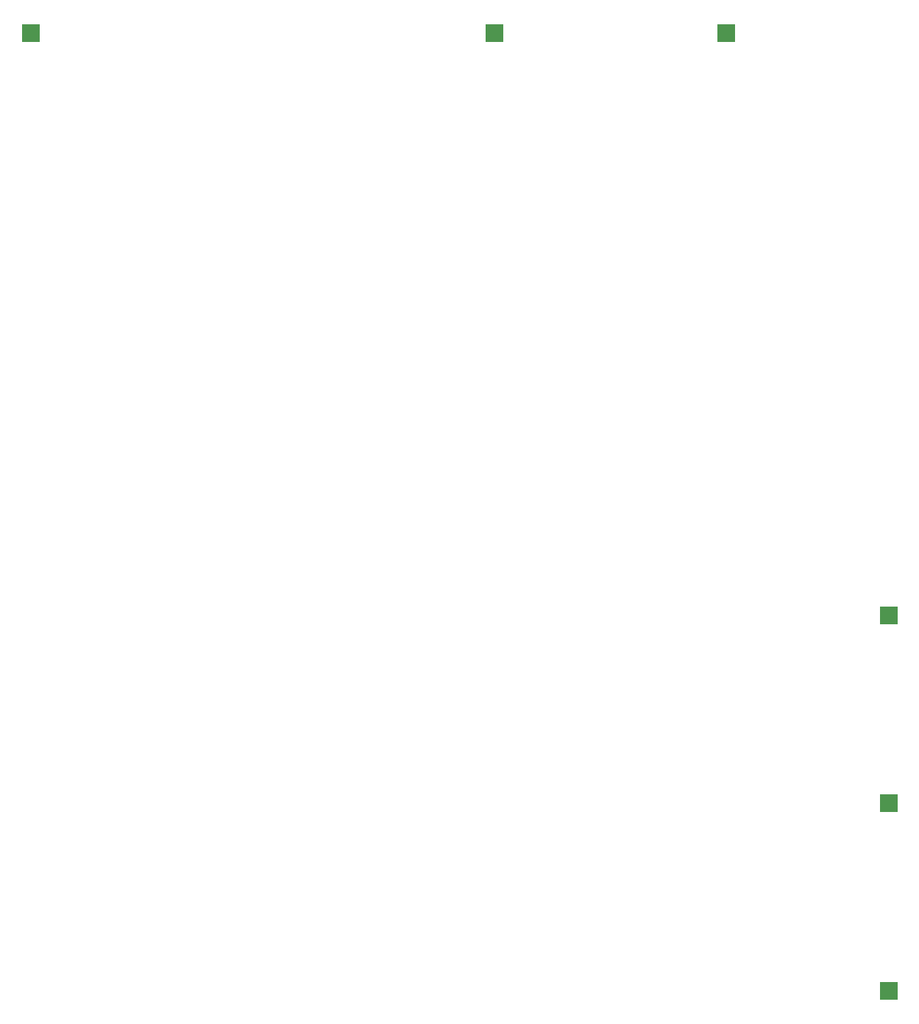
<source format=gbr>
%TF.GenerationSoftware,KiCad,Pcbnew,6.0.1-79c1e3a40b~116~ubuntu20.04.1*%
%TF.CreationDate,2022-01-16T20:57:58+01:00*%
%TF.ProjectId,NodeStandard,4e6f6465-5374-4616-9e64-6172642e6b69,V3.0*%
%TF.SameCoordinates,Original*%
%TF.FileFunction,Paste,Bot*%
%TF.FilePolarity,Positive*%
%FSLAX46Y46*%
G04 Gerber Fmt 4.6, Leading zero omitted, Abs format (unit mm)*
G04 Created by KiCad (PCBNEW 6.0.1-79c1e3a40b~116~ubuntu20.04.1) date 2022-01-16 20:57:58*
%MOMM*%
%LPD*%
G01*
G04 APERTURE LIST*
G04 Aperture macros list*
%AMFreePoly0*
4,1,5,1.000000,-1.000000,-1.000000,-1.000000,-1.000000,1.000000,1.000000,1.000000,1.000000,-1.000000,1.000000,-1.000000,$1*%
G04 Aperture macros list end*
%ADD10FreePoly0,0.000000*%
%ADD11FreePoly0,90.000000*%
G04 APERTURE END LIST*
D10*
%TO.C,JP1*%
X147650000Y-135255000D03*
%TD*%
%TO.C,JP2*%
X147650000Y-113665000D03*
%TD*%
%TO.C,JP3*%
X147650000Y-92075000D03*
%TD*%
D11*
%TO.C,JP4*%
X128905000Y-25070000D03*
%TD*%
%TO.C,JP5*%
X102235000Y-25070000D03*
%TD*%
%TO.C,JP8*%
X48895000Y-25070000D03*
%TD*%
M02*

</source>
